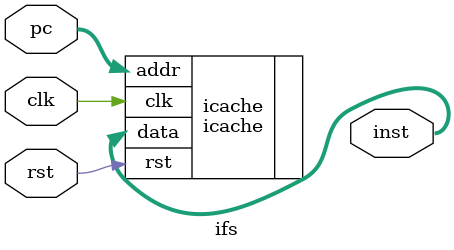
<source format=v>
module ifs(input clk,
           input rst,
           input[31:0] pc,
           output[31:0] inst);
    
    icache icache(
    .clk(clk),
    .rst(rst),
    .addr(pc),
    .data(inst)
    );
    
endmodule

</source>
